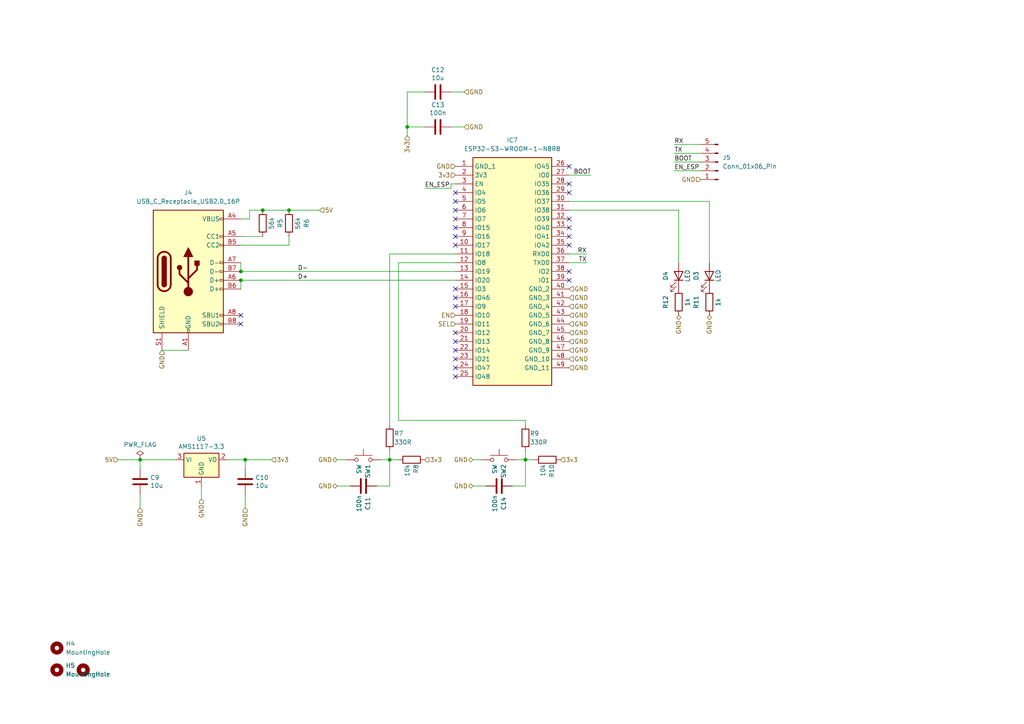
<source format=kicad_sch>
(kicad_sch (version 20231120) (generator "eeschema") (generator_version "8.0")
  (paper "A4")
  (lib_symbols
    (symbol "Connector:Conn_01x05_Pin" (pin_names (offset 1.016) hide)
      (property "Reference" "J" (at 0 7.62 0))
      (property "Value" "Conn_01x05_Pin" (at 0 -7.62 0))
      (symbol "Conn_01x05_Pin_1_1"
        (polyline (pts (xy 1.27 -5.08) (xy 0.8636 -5.08)) (stroke (width 0.1524)))
        (polyline (pts (xy 1.27 -2.54) (xy 0.8636 -2.54)) (stroke (width 0.1524)))
        (polyline (pts (xy 1.27 0) (xy 0.8636 0)) (stroke (width 0.1524)))
        (polyline (pts (xy 1.27 2.54) (xy 0.8636 2.54)) (stroke (width 0.1524)))
        (polyline (pts (xy 1.27 5.08) (xy 0.8636 5.08)) (stroke (width 0.1524)))
        (rectangle (start 0.8636 -4.953) (end 0 -5.207) (stroke (width 0.1524)) (fill (type outline)))
        (rectangle (start 0.8636 -2.413) (end 0 -2.667) (stroke (width 0.1524)) (fill (type outline)))
        (rectangle (start 0.8636 0.127) (end 0 -0.127) (stroke (width 0.1524)) (fill (type outline)))
        (rectangle (start 0.8636 2.667) (end 0 2.413) (stroke (width 0.1524)) (fill (type outline)))
        (rectangle (start 0.8636 5.207) (end 0 4.953) (stroke (width 0.1524)) (fill (type outline)))
        (pin passive line (at 5.08 5.08 180) (length 3.81) (name "Pin_1") (number "1"))
        (pin passive line (at 5.08 2.54 180) (length 3.81) (name "Pin_2") (number "2"))
        (pin passive line (at 5.08 0 180) (length 3.81) (name "Pin_3") (number "3"))
        (pin passive line (at 5.08 -2.54 180) (length 3.81) (name "Pin_4") (number "4"))
        (pin passive line (at 5.08 -5.08 180) (length 3.81) (name "Pin_5") (number "5"))
      )
    )
    (symbol "Connector:USB_C_Receptacle_USB2.0_16P" (pin_names (offset 1.016))
      (property "Reference" "J" (at 0 22.225 0))
      (property "Value" "USB_C_Receptacle_USB2.0_16P" (at 0 19.685 0))
      (symbol "USB_C_Receptacle_USB2.0_16P_0_0"
        (rectangle (start -0.254 -17.78) (end 0.254 -16.764))
        (rectangle (start 10.16 -14.986) (end 9.144 -15.494))
        (rectangle (start 10.16 -12.446) (end 9.144 -12.954))
        (rectangle (start 10.16 -4.826) (end 9.144 -5.334))
        (rectangle (start 10.16 -2.286) (end 9.144 -2.794))
        (rectangle (start 10.16 0.254) (end 9.144 -0.254))
        (rectangle (start 10.16 2.794) (end 9.144 2.286))
        (rectangle (start 10.16 7.874) (end 9.144 7.366))
        (rectangle (start 10.16 10.414) (end 9.144 9.906))
        (rectangle (start 10.16 15.494) (end 9.144 14.986))
      )
      (symbol "USB_C_Receptacle_USB2.0_16P_0_1"
        (rectangle (start -10.16 17.78) (end 10.16 -17.78) (stroke (width 0.254)) (fill (type background)))
        (arc (start -8.89 -3.81) (mid -6.985 -5.7067) (end -5.08 -3.81) (stroke (width 0.508)))
        (arc (start -7.62 -3.81) (mid -6.985 -4.4423) (end -6.35 -3.81) (stroke (width 0.254)))
        (arc (start -7.62 -3.81) (mid -6.985 -4.4423) (end -6.35 -3.81) (stroke (width 0.254)) (fill (type outline)))
        (rectangle (start -7.62 -3.81) (end -6.35 3.81) (stroke (width 0.254)) (fill (type outline)))
        (arc (start -6.35 3.81) (mid -6.985 4.4423) (end -7.62 3.81) (stroke (width 0.254)))
        (arc (start -6.35 3.81) (mid -6.985 4.4423) (end -7.62 3.81) (stroke (width 0.254)) (fill (type outline)))
        (arc (start -5.08 3.81) (mid -6.985 5.7067) (end -8.89 3.81) (stroke (width 0.508)))
        (circle (center -2.54 1.143) (radius 0.635) (stroke (width 0.254)) (fill (type outline)))
        (circle (center 0 -5.842) (radius 1.27) (fill (type outline)))
        (polyline (pts (xy -8.89 -3.81) (xy -8.89 3.81)) (stroke (width 0.508)))
        (polyline (pts (xy -5.08 3.81) (xy -5.08 -3.81)) (stroke (width 0.508)))
        (polyline (pts (xy 0 -5.842) (xy 0 4.318)) (stroke (width 0.508)))
        (polyline (pts (xy 0 -3.302) (xy -2.54 -0.762) (xy -2.54 0.508)) (stroke (width 0.508)))
        (polyline (pts (xy 0 -2.032) (xy 2.54 0.508) (xy 2.54 1.778)) (stroke (width 0.508)))
        (polyline (pts (xy -1.27 4.318) (xy 0 6.858) (xy 1.27 4.318) (xy -1.27 4.318)) (stroke (width 0.254)) (fill (type outline)))
        (rectangle (start 1.905 1.778) (end 3.175 3.048) (stroke (width 0.254)) (fill (type outline)))
      )
      (symbol "USB_C_Receptacle_USB2.0_16P_1_1"
        (pin passive line (at 0 -22.86 90) (length 5.08) (name "GND") (number "A1"))
        (pin passive line (at 0 -22.86 90) (length 5.08) hide (name "GND") (number "A12"))
        (pin passive line (at 15.24 15.24 180) (length 5.08) (name "VBUS") (number "A4"))
        (pin bidirectional line (at 15.24 10.16 180) (length 5.08) (name "CC1") (number "A5"))
        (pin bidirectional line (at 15.24 -2.54 180) (length 5.08) (name "D+") (number "A6"))
        (pin bidirectional line (at 15.24 2.54 180) (length 5.08) (name "D-") (number "A7"))
        (pin bidirectional line (at 15.24 -12.7 180) (length 5.08) (name "SBU1") (number "A8"))
        (pin passive line (at 15.24 15.24 180) (length 5.08) hide (name "VBUS") (number "A9"))
        (pin passive line (at 0 -22.86 90) (length 5.08) hide (name "GND") (number "B1"))
        (pin passive line (at 0 -22.86 90) (length 5.08) hide (name "GND") (number "B12"))
        (pin passive line (at 15.24 15.24 180) (length 5.08) hide (name "VBUS") (number "B4"))
        (pin bidirectional line (at 15.24 7.62 180) (length 5.08) (name "CC2") (number "B5"))
        (pin bidirectional line (at 15.24 -5.08 180) (length 5.08) (name "D+") (number "B6"))
        (pin bidirectional line (at 15.24 0 180) (length 5.08) (name "D-") (number "B7"))
        (pin bidirectional line (at 15.24 -15.24 180) (length 5.08) (name "SBU2") (number "B8"))
        (pin passive line (at 15.24 15.24 180) (length 5.08) hide (name "VBUS") (number "B9"))
        (pin passive line (at -7.62 -22.86 90) (length 5.08) (name "SHIELD") (number "S1"))
      )
    )
    (symbol "Device:C" (pin_numbers hide) (pin_names (offset 0.254))
      (property "Reference" "C" (at 0.635 2.54 0))
      (property "Value" "C" (at 0.635 -2.54 0))
      (symbol "C_0_1"
        (polyline (pts (xy -2.032 -0.762) (xy 2.032 -0.762)) (stroke (width 0.508)))
        (polyline (pts (xy -2.032 0.762) (xy 2.032 0.762)) (stroke (width 0.508)))
      )
      (symbol "C_1_1"
        (pin passive line (at 0 3.81 270) (length 2.794) (name "~") (number "1"))
        (pin passive line (at 0 -3.81 90) (length 2.794) (name "~") (number "2"))
      )
    )
    (symbol "Device:LED" (pin_numbers hide) (pin_names (offset 1.016) hide)
      (property "Reference" "D" (at 0 2.54 0))
      (property "Value" "LED" (at 0 -2.54 0))
      (symbol "LED_0_1"
        (polyline (pts (xy -1.27 -1.27) (xy -1.27 1.27)) (stroke (width 0.254)))
        (polyline (pts (xy -1.27 0) (xy 1.27 0)))
        (polyline (pts (xy 1.27 -1.27) (xy 1.27 1.27) (xy -1.27 0) (xy 1.27 -1.27)) (stroke (width 0.254)))
        (polyline (pts (xy -3.048 -0.762) (xy -4.572 -2.286) (xy -3.81 -2.286) (xy -4.572 -2.286) (xy -4.572 -1.524)))
        (polyline (pts (xy -1.778 -0.762) (xy -3.302 -2.286) (xy -2.54 -2.286) (xy -3.302 -2.286) (xy -3.302 -1.524)))
      )
      (symbol "LED_1_1"
        (pin passive line (at -3.81 0 0) (length 2.54) (name "K") (number "1"))
        (pin passive line (at 3.81 0 180) (length 2.54) (name "A") (number "2"))
      )
    )
    (symbol "Device:R" (pin_numbers hide) (pin_names (offset 0))
      (property "Reference" "R" (at 2.032 0 90))
      (property "Value" "R" (at 0 0 90))
      (symbol "R_0_1"
        (rectangle (start -1.016 -2.54) (end 1.016 2.54) (stroke (width 0.254)))
      )
      (symbol "R_1_1"
        (pin passive line (at 0 3.81 270) (length 1.27) (name "~") (number "1"))
        (pin passive line (at 0 -3.81 90) (length 1.27) (name "~") (number "2"))
      )
    )
    (symbol "Logic_tabor-rescue:PWR_FLAG-power" (power) (pin_numbers hide) (pin_names (offset 0) hide)
      (property "Value" "power_PWR_FLAG" (at 0 3.81 0))
      (symbol "PWR_FLAG-power_0_0"
        (pin power_out line (at 0 0 90) (length 0) (name "pwr") (number "1"))
      )
      (symbol "PWR_FLAG-power_0_1"
        (polyline (pts (xy 0 0) (xy 0 1.27) (xy -1.016 1.905) (xy 0 2.54) (xy 1.016 1.905) (xy 0 1.27)))
      )
    )
    (symbol "Mechanical:MountingHole" (pin_names (offset 1.016)) (exclude_from_sim yes) (in_bom no)
      (property "Reference" "H" (at 0 5.08 0))
      (property "Value" "MountingHole" (at 0 3.175 0))
      (symbol "MountingHole_0_1"
        (circle (center 0 0) (radius 1.27) (stroke (width 1.27)))
      )
    )
    (symbol "Regulator_Linear:AMS1117-3.3"
      (property "Reference" "U" (at -3.81 3.175 0))
      (property "Value" "AMS1117-3.3" (at 0 3.175 0))
      (symbol "AMS1117-3.3_0_1"
        (rectangle (start -5.08 -5.08) (end 5.08 1.905) (stroke (width 0.254)) (fill (type background)))
      )
      (symbol "AMS1117-3.3_1_1"
        (pin power_in line (at 0 -7.62 90) (length 2.54) (name "GND") (number "1"))
        (pin power_out line (at 7.62 0 180) (length 2.54) (name "VO") (number "2"))
        (pin power_in line (at -7.62 0 0) (length 2.54) (name "VI") (number "3"))
      )
    )
    (symbol "SamacSys_Parts:ESP32-S3-WROOM-1-N8R8"
      (property "Reference" "IC" (at 29.21 7.62 0))
      (property "Value" "ESP32-S3-WROOM-1-N8R8" (at 29.21 5.08 0))
      (symbol "ESP32-S3-WROOM-1-N8R8_1_1"
        (rectangle (start 5.08 2.54) (end 27.94 -63.5) (stroke (width 0.254)) (fill (type background)))
        (pin passive line (at 0 0 0) (length 5.08) (name "GND_1") (number "1"))
        (pin passive line (at 0 -22.86 0) (length 5.08) (name "IO17") (number "10"))
        (pin passive line (at 0 -25.4 0) (length 5.08) (name "IO18") (number "11"))
        (pin passive line (at 0 -27.94 0) (length 5.08) (name "IO8") (number "12"))
        (pin passive line (at 0 -30.48 0) (length 5.08) (name "IO19") (number "13"))
        (pin passive line (at 0 -33.02 0) (length 5.08) (name "IO20") (number "14"))
        (pin passive line (at 0 -35.56 0) (length 5.08) (name "IO3") (number "15"))
        (pin passive line (at 0 -38.1 0) (length 5.08) (name "IO46") (number "16"))
        (pin passive line (at 0 -40.64 0) (length 5.08) (name "IO9") (number "17"))
        (pin passive line (at 0 -43.18 0) (length 5.08) (name "IO10") (number "18"))
        (pin passive line (at 0 -45.72 0) (length 5.08) (name "IO11") (number "19"))
        (pin passive line (at 0 -2.54 0) (length 5.08) (name "3V3") (number "2"))
        (pin passive line (at 0 -48.26 0) (length 5.08) (name "IO12") (number "20"))
        (pin passive line (at 0 -50.8 0) (length 5.08) (name "IO13") (number "21"))
        (pin passive line (at 0 -53.34 0) (length 5.08) (name "IO14") (number "22"))
        (pin passive line (at 0 -55.88 0) (length 5.08) (name "IO21") (number "23"))
        (pin passive line (at 0 -58.42 0) (length 5.08) (name "IO47") (number "24"))
        (pin passive line (at 0 -60.96 0) (length 5.08) (name "IO48") (number "25"))
        (pin passive line (at 33.02 0 180) (length 5.08) (name "IO45") (number "26"))
        (pin passive line (at 33.02 -2.54 180) (length 5.08) (name "IO0") (number "27"))
        (pin passive line (at 33.02 -5.08 180) (length 5.08) (name "IO35") (number "28"))
        (pin passive line (at 33.02 -7.62 180) (length 5.08) (name "IO36") (number "29"))
        (pin passive line (at 0 -5.08 0) (length 5.08) (name "EN") (number "3"))
        (pin passive line (at 33.02 -10.16 180) (length 5.08) (name "IO37") (number "30"))
        (pin passive line (at 33.02 -12.7 180) (length 5.08) (name "IO38") (number "31"))
        (pin passive line (at 33.02 -15.24 180) (length 5.08) (name "IO39") (number "32"))
        (pin passive line (at 33.02 -17.78 180) (length 5.08) (name "IO40") (number "33"))
        (pin passive line (at 33.02 -20.32 180) (length 5.08) (name "IO41") (number "34"))
        (pin passive line (at 33.02 -22.86 180) (length 5.08) (name "IO42") (number "35"))
        (pin passive line (at 33.02 -25.4 180) (length 5.08) (name "RXD0") (number "36"))
        (pin passive line (at 33.02 -27.94 180) (length 5.08) (name "TXD0") (number "37"))
        (pin passive line (at 33.02 -30.48 180) (length 5.08) (name "IO2") (number "38"))
        (pin passive line (at 33.02 -33.02 180) (length 5.08) (name "IO1") (number "39"))
        (pin passive line (at 0 -7.62 0) (length 5.08) (name "IO4") (number "4"))
        (pin passive line (at 33.02 -35.56 180) (length 5.08) (name "GND_2") (number "40"))
        (pin passive line (at 33.02 -38.1 180) (length 5.08) (name "GND_3") (number "41"))
        (pin passive line (at 33.02 -40.64 180) (length 5.08) (name "GND_4") (number "42"))
        (pin passive line (at 33.02 -43.18 180) (length 5.08) (name "GND_5") (number "43"))
        (pin passive line (at 33.02 -45.72 180) (length 5.08) (name "GND_6") (number "44"))
        (pin passive line (at 33.02 -48.26 180) (length 5.08) (name "GND_7") (number "45"))
        (pin passive line (at 33.02 -50.8 180) (length 5.08) (name "GND_8") (number "46"))
        (pin passive line (at 33.02 -53.34 180) (length 5.08) (name "GND_9") (number "47"))
        (pin passive line (at 33.02 -55.88 180) (length 5.08) (name "GND_10") (number "48"))
        (pin passive line (at 33.02 -58.42 180) (length 5.08) (name "GND_11") (number "49"))
        (pin passive line (at 0 -10.16 0) (length 5.08) (name "IO5") (number "5"))
        (pin passive line (at 0 -12.7 0) (length 5.08) (name "IO6") (number "6"))
        (pin passive line (at 0 -15.24 0) (length 5.08) (name "IO7") (number "7"))
        (pin passive line (at 0 -17.78 0) (length 5.08) (name "IO15") (number "8"))
        (pin passive line (at 0 -20.32 0) (length 5.08) (name "IO16") (number "9"))
      )
    )
    (symbol "Switch:SW_Push" (pin_numbers hide) (pin_names (offset 1.016) hide)
      (property "Reference" "SW" (at 1.27 2.54 0))
      (property "Value" "SW_Push" (at 0 -1.524 0))
      (symbol "SW_Push_0_1"
        (circle (center -2.032 0) (radius 0.508))
        (polyline (pts (xy 0 1.27) (xy 0 3.048)))
        (polyline (pts (xy 2.54 1.27) (xy -2.54 1.27)))
        (circle (center 2.032 0) (radius 0.508))
        (pin passive line (at -5.08 0 0) (length 2.54) (name "1") (number "1"))
        (pin passive line (at 5.08 0 180) (length 2.54) (name "2") (number "2"))
      )
    )
  )
  (junction (at 71.12 133.35))
  (junction (at 69.85 78.74))
  (junction (at 118.11 36.83))
  (junction (at 83.82 60.96))
  (junction (at 76.2 60.96))
  (junction (at 113.03 133.35))
  (junction (at 152.4 133.35))
  (junction (at 40.64 133.35))
  (junction (at 69.85 81.28))
  (no_connect (at 132.08 96.52))
  (no_connect (at 132.08 83.82))
  (no_connect (at 165.1 55.88))
  (no_connect (at 132.08 101.6))
  (no_connect (at 132.08 104.14))
  (no_connect (at 132.08 99.06))
  (no_connect (at 165.1 78.74))
  (no_connect (at 165.1 66.04))
  (no_connect (at 165.1 48.26))
  (no_connect (at 132.08 106.68))
  (no_connect (at 132.08 109.22))
  (no_connect (at 132.08 88.9))
  (no_connect (at 165.1 71.12))
  (no_connect (at 132.08 60.96))
  (no_connect (at 132.08 63.5))
  (no_connect (at 69.85 91.44))
  (no_connect (at 165.1 63.5))
  (no_connect (at 132.08 58.42))
  (no_connect (at 132.08 71.12))
  (no_connect (at 132.08 68.58))
  (no_connect (at 165.1 68.58))
  (no_connect (at 132.08 66.04))
  (no_connect (at 132.08 55.88))
  (no_connect (at 165.1 81.28))
  (no_connect (at 69.85 93.98))
  (no_connect (at 165.1 53.34))
  (no_connect (at 132.08 86.36))
  (wire (pts (xy 71.12 135.89) (xy 71.12 133.35)))
  (wire (pts (xy 115.57 133.35) (xy 113.03 133.35)))
  (wire (pts (xy 113.03 130.81) (xy 113.03 133.35)))
  (wire (pts (xy 165.1 58.42) (xy 205.74 58.42)))
  (wire (pts (xy 40.64 135.89) (xy 40.64 133.35)))
  (wire (pts (xy 130.81 54.61) (xy 130.81 53.34)))
  (wire (pts (xy 152.4 140.97) (xy 152.4 133.35)))
  (wire (pts (xy 130.81 26.67) (xy 134.62 26.67)))
  (wire (pts (xy 165.1 60.96) (xy 196.85 60.96)))
  (wire (pts (xy 118.11 26.67) (xy 118.11 36.83)))
  (wire (pts (xy 195.58 46.99) (xy 203.2 46.99)))
  (wire (pts (xy 152.4 130.81) (xy 152.4 133.35)))
  (wire (pts (xy 69.85 76.2) (xy 69.85 78.74)))
  (wire (pts (xy 130.81 54.61) (xy 123.19 54.61)))
  (wire (pts (xy 132.08 73.66) (xy 113.03 73.66)))
  (wire (pts (xy 205.74 58.42) (xy 205.74 76.2)))
  (wire (pts (xy 69.85 71.12) (xy 83.82 71.12)))
  (wire (pts (xy 40.64 143.51) (xy 40.64 147.32)))
  (wire (pts (xy 113.03 140.97) (xy 113.03 133.35)))
  (wire (pts (xy 83.82 60.96) (xy 92.71 60.96)))
  (wire (pts (xy 97.79 140.97) (xy 101.6 140.97)))
  (wire (pts (xy 72.39 60.96) (xy 72.39 63.5)))
  (wire (pts (xy 123.19 36.83) (xy 118.11 36.83)))
  (wire (pts (xy 109.22 140.97) (xy 113.03 140.97)))
  (wire (pts (xy 34.29 133.35) (xy 40.64 133.35)))
  (wire (pts (xy 152.4 121.92) (xy 152.4 123.19)))
  (wire (pts (xy 170.18 76.2) (xy 165.1 76.2)))
  (wire (pts (xy 69.85 81.28) (xy 132.08 81.28)))
  (wire (pts (xy 195.58 49.53) (xy 203.2 49.53)))
  (wire (pts (xy 170.18 73.66) (xy 165.1 73.66)))
  (wire (pts (xy 78.74 133.35) (xy 71.12 133.35)))
  (wire (pts (xy 152.4 133.35) (xy 149.86 133.35)))
  (wire (pts (xy 148.59 140.97) (xy 152.4 140.97)))
  (wire (pts (xy 71.12 143.51) (xy 71.12 147.32)))
  (wire (pts (xy 83.82 71.12) (xy 83.82 68.58)))
  (wire (pts (xy 113.03 133.35) (xy 110.49 133.35)))
  (wire (pts (xy 69.85 78.74) (xy 132.08 78.74)))
  (wire (pts (xy 115.57 76.2) (xy 132.08 76.2)))
  (wire (pts (xy 72.39 63.5) (xy 69.85 63.5)))
  (wire (pts (xy 118.11 36.83) (xy 118.11 39.37)))
  (wire (pts (xy 115.57 121.92) (xy 152.4 121.92)))
  (wire (pts (xy 72.39 60.96) (xy 76.2 60.96)))
  (wire (pts (xy 139.7 133.35) (xy 137.16 133.35)))
  (wire (pts (xy 137.16 140.97) (xy 140.97 140.97)))
  (wire (pts (xy 76.2 60.96) (xy 83.82 60.96)))
  (wire (pts (xy 40.64 133.35) (xy 50.8 133.35)))
  (wire (pts (xy 58.42 144.78) (xy 58.42 140.97)))
  (wire (pts (xy 130.81 53.34) (xy 132.08 53.34)))
  (wire (pts (xy 154.94 133.35) (xy 152.4 133.35)))
  (wire (pts (xy 69.85 68.58) (xy 76.2 68.58)))
  (wire (pts (xy 195.58 41.91) (xy 203.2 41.91)))
  (wire (pts (xy 46.99 101.6) (xy 54.61 101.6)))
  (wire (pts (xy 134.62 36.83) (xy 130.81 36.83)))
  (wire (pts (xy 69.85 81.28) (xy 69.85 83.82)))
  (wire (pts (xy 100.33 133.35) (xy 97.79 133.35)))
  (wire (pts (xy 196.85 60.96) (xy 196.85 76.2)))
  (wire (pts (xy 115.57 76.2) (xy 115.57 121.92)))
  (wire (pts (xy 123.19 26.67) (xy 118.11 26.67)))
  (wire (pts (xy 113.03 73.66) (xy 113.03 123.19)))
  (wire (pts (xy 71.12 133.35) (xy 66.04 133.35)))
  (wire (pts (xy 171.45 50.8) (xy 165.1 50.8)))
  (wire (pts (xy 195.58 44.45) (xy 203.2 44.45)))
  (label "D+" (at 86.36 81.28 0))
  (label "RX" (at 170.18 73.66 180))
  (label "BOOT" (at 171.45 50.8 180))
  (label "TX" (at 195.58 44.45 0))
  (label "EN_ESP" (at 123.19 54.61 0))
  (label "EN_ESP" (at 195.58 49.53 0))
  (label "BOOT" (at 195.58 46.99 0))
  (label "D-" (at 86.36 78.74 0))
  (label "RX" (at 195.58 41.91 0))
  (label "TX" (at 170.18 76.2 180))
  (hierarchical_label "3v3" (shape input) (at 118.11 39.37 270))
  (hierarchical_label "GND" (shape input) (at 165.1 91.44 0))
  (hierarchical_label "EN" (shape input) (at 132.08 91.44 180))
  (hierarchical_label "GND" (shape bidirectional) (at 137.16 133.35 180))
  (hierarchical_label "GND" (shape input) (at 134.62 26.67 0))
  (hierarchical_label "GND" (shape input) (at 58.42 144.78 270))
  (hierarchical_label "GND" (shape input) (at 134.62 36.83 0))
  (hierarchical_label "GND" (shape input) (at 165.1 96.52 0))
  (hierarchical_label "GND" (shape input) (at 165.1 88.9 0))
  (hierarchical_label "GND" (shape input) (at 165.1 104.14 0))
  (hierarchical_label "5V" (shape input) (at 92.71 60.96 0))
  (hierarchical_label "5V" (shape input) (at 34.29 133.35 180))
  (hierarchical_label "GND" (shape input) (at 165.1 99.06 0))
  (hierarchical_label "GND" (shape bidirectional) (at 97.79 133.35 180))
  (hierarchical_label "SEL" (shape input) (at 132.08 93.98 180))
  (hierarchical_label "GND" (shape bidirectional) (at 97.79 140.97 180))
  (hierarchical_label "GND" (shape input) (at 71.12 147.32 270))
  (hierarchical_label "GND" (shape input) (at 165.1 86.36 0))
  (hierarchical_label "GND" (shape input) (at 165.1 101.6 0))
  (hierarchical_label "3v3" (shape input) (at 162.56 133.35 0))
  (hierarchical_label "GND" (shape bidirectional) (at 196.85 91.44 270))
  (hierarchical_label "GND" (shape bidirectional) (at 137.16 140.97 180))
  (hierarchical_label "GND" (shape input) (at 40.64 147.32 270))
  (hierarchical_label "GND" (shape input) (at 46.99 101.6 270))
  (hierarchical_label "GND" (shape bidirectional) (at 205.74 91.44 270))
  (hierarchical_label "3v3" (shape input) (at 123.19 133.35 0))
  (hierarchical_label "3v3" (shape input) (at 78.74 133.35 0))
  (hierarchical_label "GND" (shape input) (at 132.08 48.26 180))
  (hierarchical_label "3v3" (shape input) (at 132.08 50.8 180))
  (hierarchical_label "GND" (shape input) (at 165.1 83.82 0))
  (hierarchical_label "GND" (shape input) (at 165.1 93.98 0))
  (hierarchical_label "GND" (shape input) (at 165.1 106.68 0))
  (hierarchical_label "GND" (shape input) (at 203.2 52.07 180))
  (symbol (lib_id "Device:C") (at 127 26.67 270) (unit 1)
    (property "Reference" "C12" (at 127 20.2692 90))
    (property "Value" "10u" (at 127 22.5806 90))
    (property "Footprint" "Capacitor_SMD:C_0402_1005Metric" (effects (hide yes)))
    (property "Description" "Unpolarized capacitor" (effects (hide yes)))
    (property "LCSC" "C15525" (effects (hide yes)))
    (property "JLCPCB_CORRECTION" "0;0;0" (effects (hide yes)))
  )
  (symbol (lib_id "Regulator_Linear:AMS1117-3.3") (at 58.42 133.35 0) (unit 1)
    (property "Reference" "U5" (at 58.42 127.2032 0))
    (property "Value" "AMS1117-3.3" (at 58.42 129.5146 0))
    (property "Footprint" "Package_TO_SOT_SMD:SOT-223-3_TabPin2" (effects (hide yes)))
    (property "Datasheet" "http://www.advanced-monolithic.com/pdf/ds1117.pdf" (effects (hide yes)))
    (property "Description" "1A Low Dropout regulator, positive, 3.3V fixed output, SOT-223" (effects (hide yes)))
    (property "JLCPCB_CORRECTION" "0;0;180" (effects (hide yes)))
    (property "LCSC" " C6186" (effects (hide yes)))
  )
  (symbol (lib_id "SamacSys_Parts:ESP32-S3-WROOM-1-N8R8") (at 132.08 48.26 0) (unit 1)
    (property "Reference" "IC7" (at 148.59 40.64 0))
    (property "Value" "ESP32-S3-WROOM-1-N8R8" (at 148.59 43.18 0))
    (property "Footprint" "ESP32S3WROOM1N8R8" (effects (hide yes)))
    (property "Datasheet" "https://www.espressif.com/sites/default/files/documentation/esp32-s3-wroom-1_wroom-1u_datasheet_en.pdf" (effects (hide yes)))
    (property "Description" "WiFi Modules - 802.11 (Engineering Samples Only) SMD Module, ESP32-S3R8 with 8 MB Octal PSRAM Die, 8 MB Quad SPI flash, PCB Antenna" (effects (hide yes)))
    (property "Height" "3.25" (effects (hide yes)))
    (property "Mouser Part Number" "356-EP32S3WROOM1N8R8" (effects (hide yes)))
    (property "Mouser Price/Stock" "https://www.mouser.co.uk/ProductDetail/Espressif-Systems/ESP32-S3-WROOM-1-N8R8?qs=7D1LtPJG0i3%2F28hKFavOpQ%3D%3D" (effects (hide yes)))
    (property "Manufacturer_Name" "Espressif Systems" (effects (hide yes)))
    (property "Manufacturer_Part_Number" "ESP32-S3-WROOM-1-N8R8" (effects (hide yes)))
  )
  (symbol (lib_id "Device:R") (at 113.03 127 0) (unit 1)
    (property "Reference" "R7" (at 114.3 125.73 0) (effects (justify left)))
    (property "Value" "330R" (at 114.3 128.27 0) (effects (justify left)))
    (property "Footprint" "Resistor_SMD:R_0402_1005Metric" (effects (hide yes)))
    (property "LCSC" "C25744" (effects (hide yes)))
    (property "Basic/Extended" "B" (effects (hide yes)))
  )
  (symbol (lib_id "Device:C") (at 127 36.83 270) (unit 1)
    (property "Reference" "C13" (at 127 30.4292 90))
    (property "Value" "100n" (at 127 32.7406 90))
    (property "Footprint" "Capacitor_SMD:C_0402_1005Metric" (effects (hide yes)))
    (property "Description" "Unpolarized capacitor" (effects (hide yes)))
    (property "LCSC" "C1525" (effects (hide yes)))
    (property "JLCPCB_CORRECTION" "0;0;0" (effects (hide yes)))
  )
  (symbol (lib_id "Logic_tabor-rescue:PWR_FLAG-power") (at 40.64 133.35 0) (unit 1)
    (property "Reference" "#FLG04" (effects (hide yes)))
    (property "Value" "PWR_FLAG" (at 40.64 128.9558 0))
  )
  (symbol (lib_id "Device:R") (at 76.2 64.77 0) (unit 1)
    (property "Reference" "R5" (at 81.28 64.77 90))
    (property "Value" "56k" (at 78.74 64.77 90))
    (property "Footprint" "Resistor_SMD:R_0402_1005Metric" (effects (hide yes)))
    (property "Basic/Extended" "B" (effects (hide yes)))
  )
  (symbol (lib_id "Device:C") (at 144.78 140.97 270) (mirror x) (unit 1)
    (property "Reference" "C14" (at 146.05 146.05 0))
    (property "Value" "100n" (at 143.51 146.05 0))
    (property "Footprint" "Capacitor_SMD:C_0402_1005Metric" (effects (hide yes)))
    (property "LCSC" "C1525" (effects (hide yes)))
    (property "Basic/Extended" "B" (effects (hide yes)))
    (property "info" "16V, X7R" (effects (hide yes)))
  )
  (symbol (lib_id "Mechanical:MountingHole") (at 16.51 194.31 0) (unit 1) (exclude_from_sim yes) (in_bom no)
    (property "Reference" "H5" (at 19.05 193.0399 0) (effects (justify left)))
    (property "Value" "MountingHole" (at 19.05 195.5799 0) (effects (justify left)))
    (property "Footprint" "MountingHole:MountingHole_3mm" (effects (hide yes)))
    (property "Description" "Mounting Hole without connection" (effects (hide yes)))
  )
  (symbol (lib_id "Switch:SW_Push") (at 144.78 133.35 0) (unit 1)
    (property "Reference" "SW2" (at 146.05 134.62 90) (effects (justify right)))
    (property "Value" "SW" (at 143.51 134.62 90) (effects (justify right)))
    (property "Footprint" "Button_Switch_SMD:SW_Push_1P1T_NO_Vertical_Wuerth_434133025816" (effects (hide yes)))
    (property "Basic/Extended" "E" (effects (hide yes)))
    (property "LCSC" "C127488" (effects (hide yes)))
  )
  (symbol (lib_id "Device:R") (at 83.82 64.77 0) (unit 1)
    (property "Reference" "R6" (at 88.9 64.77 90))
    (property "Value" "56k" (at 86.36 64.77 90))
    (property "Footprint" "Resistor_SMD:R_0402_1005Metric" (effects (hide yes)))
    (property "Basic/Extended" "B" (effects (hide yes)))
  )
  (symbol (lib_id "Device:LED") (at 196.85 80.01 270) (mirror x) (unit 1)
    (property "Reference" "D3" (at 201.93 80.01 0))
    (property "Value" "LED" (at 199.39 80.01 0))
    (property "Footprint" "LED_SMD:LED_0603_1608Metric" (effects (hide yes)))
    (property "Basic/Extended" "E" (effects (hide yes)))
    (property "LCSC" "C965799" (effects (hide yes)))
  )
  (symbol (lib_id "Connector:Conn_01x05_Pin") (at 208.28 46.99 180) (unit 1)
    (property "Reference" "J5" (at 209.55 45.7199 0) (effects (justify right)))
    (property "Value" "Conn_01x06_Pin" (at 209.55 48.2599 0) (effects (justify right)))
    (property "Footprint" "Connector_PinHeader_2.54mm:PinHeader_1x05_P2.54mm_Horizontal" (effects (hide yes)))
    (property "Description" "Generic connector, single row, 01x05, script generated" (effects (hide yes)))
  )
  (symbol (lib_id "Mechanical:MountingHole") (at 16.51 187.96 0) (unit 1) (exclude_from_sim yes) (in_bom no)
    (property "Reference" "H4" (at 19.05 186.6899 0) (effects (justify left)))
    (property "Value" "MountingHole" (at 19.05 189.2299 0) (effects (justify left)))
    (property "Footprint" "MountingHole:MountingHole_3mm" (effects (hide yes)))
    (property "Description" "Mounting Hole without connection" (effects (hide yes)))
  )
  (symbol (lib_id "Device:R") (at 158.75 133.35 270) (unit 1)
    (property "Reference" "R10" (at 160.02 134.62 0) (effects (justify left)))
    (property "Value" "10k" (at 157.48 134.62 0) (effects (justify left)))
    (property "Footprint" "Resistor_SMD:R_0402_1005Metric" (effects (hide yes)))
    (property "LCSC" "C25744" (effects (hide yes)))
    (property "Basic/Extended" "B" (effects (hide yes)))
  )
  (symbol (lib_id "Device:LED") (at 205.74 80.01 270) (mirror x) (unit 1)
    (property "Reference" "D4" (at 193.04 80.01 0))
    (property "Value" "LED" (at 208.28 80.01 0))
    (property "Footprint" "LED_SMD:LED_0603_1608Metric" (effects (hide yes)))
    (property "Basic/Extended" "E" (effects (hide yes)))
    (property "LCSC" "C965799" (effects (hide yes)))
  )
  (symbol (lib_id "Mechanical:MountingHole") (at 24.13 194.31 0) (unit 1) (exclude_from_sim yes) (in_bom no)
    (property "Reference" "H6" (effects (hide yes)))
    (property "Value" "MountingHole" (effects (hide yes)))
    (property "Footprint" "MountingHole:MountingHole_3mm" (effects (hide yes)))
    (property "Description" "Mounting Hole without connection" (effects (hide yes)))
  )
  (symbol (lib_id "Device:C") (at 40.64 139.7 0) (unit 1)
    (property "Reference" "C9" (at 43.561 138.5316 0) (effects (justify left)))
    (property "Value" "10u" (at 43.561 140.843 0) (effects (justify left)))
    (property "Footprint" "Capacitor_SMD:C_0402_1005Metric" (effects (hide yes)))
    (property "Description" "Unpolarized capacitor" (effects (hide yes)))
    (property "LCSC" "C15525" (effects (hide yes)))
    (property "JLCPCB_CORRECTION" "0;0;0" (effects (hide yes)))
  )
  (symbol (lib_id "Connector:USB_C_Receptacle_USB2.0_16P") (at 54.61 78.74 0) (unit 1)
    (property "Reference" "J4" (at 54.61 55.88 0))
    (property "Value" "USB_C_Receptacle_USB2.0_16P" (at 54.61 58.42 0))
    (property "Footprint" "Connector_USB:USB_C_Receptacle_GCT_USB4105-xx-A_16P_TopMnt_Horizontal" (effects (hide yes)))
    (property "Datasheet" "https://www.usb.org/sites/default/files/documents/usb_type-c.zip" (effects (hide yes)))
    (property "Description" "USB 2.0-only 16P Type-C Receptacle connector" (effects (hide yes)))
  )
  (symbol (lib_id "Device:R") (at 119.38 133.35 270) (unit 1)
    (property "Reference" "R8" (at 120.65 134.62 0) (effects (justify left)))
    (property "Value" "10k" (at 118.11 134.62 0) (effects (justify left)))
    (property "Footprint" "Resistor_SMD:R_0402_1005Metric" (effects (hide yes)))
    (property "LCSC" "C25744" (effects (hide yes)))
    (property "Basic/Extended" "B" (effects (hide yes)))
  )
  (symbol (lib_id "Device:R") (at 205.74 87.63 0) (unit 1)
    (property "Reference" "R12" (at 193.04 87.63 90))
    (property "Value" "1k" (at 208.28 87.63 90))
    (property "Footprint" "Resistor_SMD:R_0402_1005Metric" (effects (hide yes)))
    (property "Basic/Extended" "B" (effects (hide yes)))
    (property "LCSC" "C11702" (effects (hide yes)))
  )
  (symbol (lib_id "Device:C") (at 71.12 139.7 0) (unit 1)
    (property "Reference" "C10" (at 74.041 138.5316 0) (effects (justify left)))
    (property "Value" "10u" (at 74.041 140.843 0) (effects (justify left)))
    (property "Footprint" "Capacitor_SMD:C_0402_1005Metric" (effects (hide yes)))
    (property "Description" "Unpolarized capacitor" (effects (hide yes)))
    (property "LCSC" "C15525" (effects (hide yes)))
    (property "JLCPCB_CORRECTION" "0;0;0" (effects (hide yes)))
  )
  (symbol (lib_id "Device:R") (at 196.85 87.63 0) (unit 1)
    (property "Reference" "R11" (at 201.93 87.63 90))
    (property "Value" "1k" (at 199.39 87.63 90))
    (property "Footprint" "Resistor_SMD:R_0402_1005Metric" (effects (hide yes)))
    (property "Basic/Extended" "B" (effects (hide yes)))
    (property "LCSC" "C11702" (effects (hide yes)))
  )
  (symbol (lib_id "Switch:SW_Push") (at 105.41 133.35 0) (unit 1)
    (property "Reference" "SW1" (at 106.68 134.62 90) (effects (justify right)))
    (property "Value" "SW" (at 104.14 134.62 90) (effects (justify right)))
    (property "Footprint" "Button_Switch_SMD:SW_Push_1P1T_NO_Vertical_Wuerth_434133025816" (effects (hide yes)))
    (property "Basic/Extended" "E" (effects (hide yes)))
    (property "LCSC" "C127488" (effects (hide yes)))
  )
  (symbol (lib_id "Device:C") (at 105.41 140.97 270) (mirror x) (unit 1)
    (property "Reference" "C11" (at 106.68 146.05 0))
    (property "Value" "100n" (at 104.14 146.05 0))
    (property "Footprint" "Capacitor_SMD:C_0402_1005Metric" (effects (hide yes)))
    (property "LCSC" "C1525" (effects (hide yes)))
    (property "Basic/Extended" "B" (effects (hide yes)))
    (property "info" "16V, X7R" (effects (hide yes)))
  )
  (symbol (lib_id "Device:R") (at 152.4 127 0) (unit 1)
    (property "Reference" "R9" (at 153.67 125.73 0) (effects (justify left)))
    (property "Value" "330R" (at 153.67 128.27 0) (effects (justify left)))
    (property "Footprint" "Resistor_SMD:R_0402_1005Metric" (effects (hide yes)))
    (property "LCSC" "C25744" (effects (hide yes)))
    (property "Basic/Extended" "B" (effects (hide yes)))
  )
)
</source>
